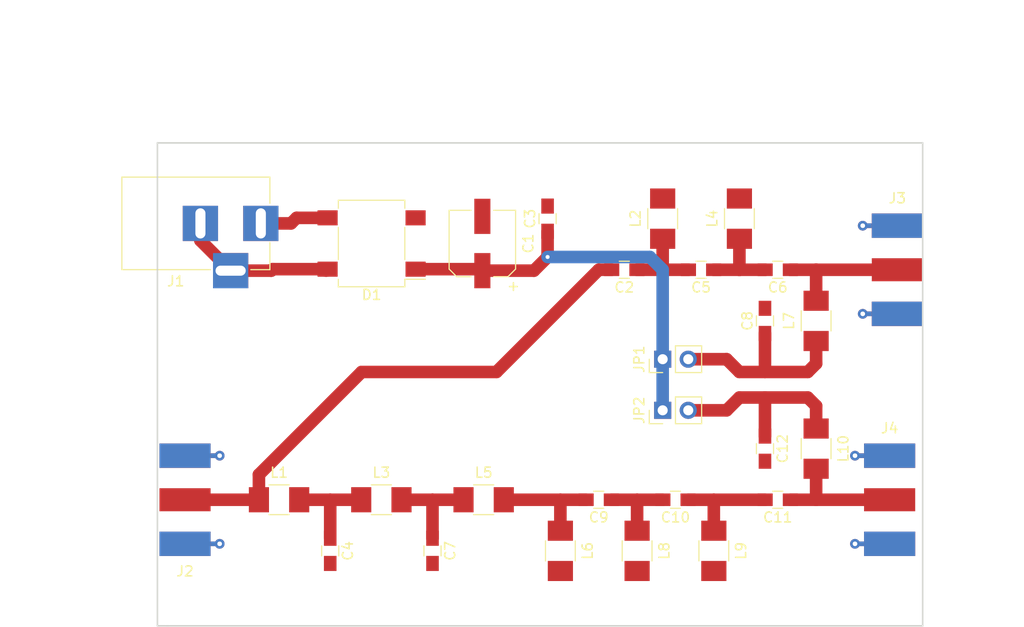
<source format=kicad_pcb>
(kicad_pcb (version 20171130) (host pcbnew "(6.0.0-rc1-dev-163-g630631b41)")

  (general
    (thickness 1.6)
    (drawings 7)
    (tracks 66)
    (zones 0)
    (modules 29)
    (nets 17)
  )

  (page A4)
  (layers
    (0 F.Cu signal)
    (31 B.Cu signal)
    (32 B.Adhes user)
    (33 F.Adhes user)
    (34 B.Paste user)
    (35 F.Paste user)
    (36 B.SilkS user)
    (37 F.SilkS user)
    (38 B.Mask user)
    (39 F.Mask user)
    (40 Dwgs.User user)
    (41 Cmts.User user)
    (42 Eco1.User user)
    (43 Eco2.User user)
    (44 Edge.Cuts user)
    (45 Margin user)
    (46 B.CrtYd user)
    (47 F.CrtYd user)
    (48 B.Fab user)
    (49 F.Fab user)
  )

  (setup
    (last_trace_width 1.25)
    (user_trace_width 1)
    (user_trace_width 1.25)
    (user_trace_width 1.5)
    (trace_clearance 0.2)
    (zone_clearance 0.508)
    (zone_45_only no)
    (trace_min 0.2)
    (via_size 0.8)
    (via_drill 0.4)
    (via_min_size 0.4)
    (via_min_drill 0.3)
    (uvia_size 0.3)
    (uvia_drill 0.1)
    (uvias_allowed no)
    (uvia_min_size 0.2)
    (uvia_min_drill 0.1)
    (edge_width 0.15)
    (segment_width 0.2)
    (pcb_text_width 0.3)
    (pcb_text_size 1.5 1.5)
    (mod_edge_width 0.15)
    (mod_text_size 1 1)
    (mod_text_width 0.15)
    (pad_size 1.524 1.524)
    (pad_drill 0.762)
    (pad_to_mask_clearance 0.2)
    (aux_axis_origin 0 0)
    (visible_elements FFFFFF7F)
    (pcbplotparams
      (layerselection 0x010fc_ffffffff)
      (usegerberextensions false)
      (usegerberattributes false)
      (usegerberadvancedattributes false)
      (creategerberjobfile false)
      (excludeedgelayer true)
      (linewidth 0.100000)
      (plotframeref false)
      (viasonmask false)
      (mode 1)
      (useauxorigin false)
      (hpglpennumber 1)
      (hpglpenspeed 20)
      (hpglpendiameter 15.000000)
      (psnegative false)
      (psa4output false)
      (plotreference true)
      (plotvalue true)
      (plotinvisibletext false)
      (padsonsilk false)
      (subtractmaskfromsilk false)
      (outputformat 1)
      (mirror false)
      (drillshape 1)
      (scaleselection 1)
      (outputdirectory ""))
  )

  (net 0 "")
  (net 1 VCC)
  (net 2 GND)
  (net 3 "Net-(C2-Pad2)")
  (net 4 "Net-(C2-Pad1)")
  (net 5 "Net-(C4-Pad1)")
  (net 6 "Net-(C5-Pad1)")
  (net 7 "Net-(C6-Pad1)")
  (net 8 "Net-(C7-Pad1)")
  (net 9 "Net-(C10-Pad2)")
  (net 10 "Net-(C9-Pad2)")
  (net 11 "Net-(C10-Pad1)")
  (net 12 "Net-(C11-Pad1)")
  (net 13 "Net-(D1-Pad3)")
  (net 14 "Net-(D1-Pad4)")
  (net 15 "Net-(C8-Pad1)")
  (net 16 "Net-(C12-Pad1)")

  (net_class Default "This is the default net class."
    (clearance 0.2)
    (trace_width 0.25)
    (via_dia 0.8)
    (via_drill 0.4)
    (uvia_dia 0.3)
    (uvia_drill 0.1)
    (add_net GND)
    (add_net "Net-(C10-Pad1)")
    (add_net "Net-(C10-Pad2)")
    (add_net "Net-(C11-Pad1)")
    (add_net "Net-(C12-Pad1)")
    (add_net "Net-(C2-Pad1)")
    (add_net "Net-(C2-Pad2)")
    (add_net "Net-(C4-Pad1)")
    (add_net "Net-(C5-Pad1)")
    (add_net "Net-(C6-Pad1)")
    (add_net "Net-(C7-Pad1)")
    (add_net "Net-(C8-Pad1)")
    (add_net "Net-(C9-Pad2)")
    (add_net "Net-(D1-Pad3)")
    (add_net "Net-(D1-Pad4)")
    (add_net VCC)
  )

  (module Connector_PinHeader_2.54mm:PinHeader_1x02_P2.54mm_Vertical (layer F.Cu) (tedit 59FED5CC) (tstamp 5B6BDA27)
    (at 170.18 68.58 90)
    (descr "Through hole straight pin header, 1x02, 2.54mm pitch, single row")
    (tags "Through hole pin header THT 1x02 2.54mm single row")
    (path /5B60308C)
    (fp_text reference JP2 (at 0 -2.33 90) (layer F.SilkS)
      (effects (font (size 1 1) (thickness 0.15)))
    )
    (fp_text value Jumper (at 0 4.87 90) (layer F.Fab)
      (effects (font (size 1 1) (thickness 0.15)))
    )
    (fp_text user %R (at 0 1.27 180) (layer F.Fab)
      (effects (font (size 1 1) (thickness 0.15)))
    )
    (fp_line (start 1.8 -1.8) (end -1.8 -1.8) (layer F.CrtYd) (width 0.05))
    (fp_line (start 1.8 4.35) (end 1.8 -1.8) (layer F.CrtYd) (width 0.05))
    (fp_line (start -1.8 4.35) (end 1.8 4.35) (layer F.CrtYd) (width 0.05))
    (fp_line (start -1.8 -1.8) (end -1.8 4.35) (layer F.CrtYd) (width 0.05))
    (fp_line (start -1.33 -1.33) (end 0 -1.33) (layer F.SilkS) (width 0.12))
    (fp_line (start -1.33 0) (end -1.33 -1.33) (layer F.SilkS) (width 0.12))
    (fp_line (start -1.33 1.27) (end 1.33 1.27) (layer F.SilkS) (width 0.12))
    (fp_line (start 1.33 1.27) (end 1.33 3.87) (layer F.SilkS) (width 0.12))
    (fp_line (start -1.33 1.27) (end -1.33 3.87) (layer F.SilkS) (width 0.12))
    (fp_line (start -1.33 3.87) (end 1.33 3.87) (layer F.SilkS) (width 0.12))
    (fp_line (start -1.27 -0.635) (end -0.635 -1.27) (layer F.Fab) (width 0.1))
    (fp_line (start -1.27 3.81) (end -1.27 -0.635) (layer F.Fab) (width 0.1))
    (fp_line (start 1.27 3.81) (end -1.27 3.81) (layer F.Fab) (width 0.1))
    (fp_line (start 1.27 -1.27) (end 1.27 3.81) (layer F.Fab) (width 0.1))
    (fp_line (start -0.635 -1.27) (end 1.27 -1.27) (layer F.Fab) (width 0.1))
    (pad 2 thru_hole oval (at 0 2.54 90) (size 1.7 1.7) (drill 1) (layers *.Cu *.Mask)
      (net 16 "Net-(C12-Pad1)"))
    (pad 1 thru_hole rect (at 0 0 90) (size 1.7 1.7) (drill 1) (layers *.Cu *.Mask)
      (net 1 VCC))
    (model ${KISYS3DMOD}/Connector_PinHeader_2.54mm.3dshapes/PinHeader_1x02_P2.54mm_Vertical.wrl
      (at (xyz 0 0 0))
      (scale (xyz 1 1 1))
      (rotate (xyz 0 0 0))
    )
  )

  (module Connector_PinHeader_2.54mm:PinHeader_1x02_P2.54mm_Vertical (layer F.Cu) (tedit 59FED5CC) (tstamp 5B6BDA11)
    (at 170.18 63.5 90)
    (descr "Through hole straight pin header, 1x02, 2.54mm pitch, single row")
    (tags "Through hole pin header THT 1x02 2.54mm single row")
    (path /5B607ECF)
    (fp_text reference JP1 (at 0 -2.33 90) (layer F.SilkS)
      (effects (font (size 1 1) (thickness 0.15)))
    )
    (fp_text value Jumper (at 0 4.87 90) (layer F.Fab)
      (effects (font (size 1 1) (thickness 0.15)))
    )
    (fp_line (start -0.635 -1.27) (end 1.27 -1.27) (layer F.Fab) (width 0.1))
    (fp_line (start 1.27 -1.27) (end 1.27 3.81) (layer F.Fab) (width 0.1))
    (fp_line (start 1.27 3.81) (end -1.27 3.81) (layer F.Fab) (width 0.1))
    (fp_line (start -1.27 3.81) (end -1.27 -0.635) (layer F.Fab) (width 0.1))
    (fp_line (start -1.27 -0.635) (end -0.635 -1.27) (layer F.Fab) (width 0.1))
    (fp_line (start -1.33 3.87) (end 1.33 3.87) (layer F.SilkS) (width 0.12))
    (fp_line (start -1.33 1.27) (end -1.33 3.87) (layer F.SilkS) (width 0.12))
    (fp_line (start 1.33 1.27) (end 1.33 3.87) (layer F.SilkS) (width 0.12))
    (fp_line (start -1.33 1.27) (end 1.33 1.27) (layer F.SilkS) (width 0.12))
    (fp_line (start -1.33 0) (end -1.33 -1.33) (layer F.SilkS) (width 0.12))
    (fp_line (start -1.33 -1.33) (end 0 -1.33) (layer F.SilkS) (width 0.12))
    (fp_line (start -1.8 -1.8) (end -1.8 4.35) (layer F.CrtYd) (width 0.05))
    (fp_line (start -1.8 4.35) (end 1.8 4.35) (layer F.CrtYd) (width 0.05))
    (fp_line (start 1.8 4.35) (end 1.8 -1.8) (layer F.CrtYd) (width 0.05))
    (fp_line (start 1.8 -1.8) (end -1.8 -1.8) (layer F.CrtYd) (width 0.05))
    (fp_text user %R (at 0 0.714999 180) (layer F.Fab)
      (effects (font (size 1 1) (thickness 0.15)))
    )
    (pad 1 thru_hole rect (at 0 0 90) (size 1.7 1.7) (drill 1) (layers *.Cu *.Mask)
      (net 1 VCC))
    (pad 2 thru_hole oval (at 0 2.54 90) (size 1.7 1.7) (drill 1) (layers *.Cu *.Mask)
      (net 15 "Net-(C8-Pad1)"))
    (model ${KISYS3DMOD}/Connector_PinHeader_2.54mm.3dshapes/PinHeader_1x02_P2.54mm_Vertical.wrl
      (at (xyz 0 0 0))
      (scale (xyz 1 1 1))
      (rotate (xyz 0 0 0))
    )
  )

  (module Capacitors_SMD:CP_Elec_6.3x5.3 (layer F.Cu) (tedit 58AA8B2D) (tstamp 5B645AF9)
    (at 152.27 52 90)
    (descr "SMT capacitor, aluminium electrolytic, 6.3x5.3")
    (path /5B5CF05F)
    (attr smd)
    (fp_text reference C1 (at 0 4.56 90) (layer F.SilkS)
      (effects (font (size 1 1) (thickness 0.15)))
    )
    (fp_text value 47uF (at 0 -4.56 90) (layer F.Fab)
      (effects (font (size 1 1) (thickness 0.15)))
    )
    (fp_circle (center 0 0) (end 0.6 3) (layer F.Fab) (width 0.1))
    (fp_text user + (at -1.75 -0.08 90) (layer F.Fab)
      (effects (font (size 1 1) (thickness 0.15)))
    )
    (fp_text user + (at -4.28 3.01 90) (layer F.SilkS)
      (effects (font (size 1 1) (thickness 0.15)))
    )
    (fp_text user %R (at 0 4.56 90) (layer F.Fab)
      (effects (font (size 1 1) (thickness 0.15)))
    )
    (fp_line (start 3.15 3.15) (end 3.15 -3.15) (layer F.Fab) (width 0.1))
    (fp_line (start -2.48 3.15) (end 3.15 3.15) (layer F.Fab) (width 0.1))
    (fp_line (start -3.15 2.48) (end -2.48 3.15) (layer F.Fab) (width 0.1))
    (fp_line (start -3.15 -2.48) (end -3.15 2.48) (layer F.Fab) (width 0.1))
    (fp_line (start -2.48 -3.15) (end -3.15 -2.48) (layer F.Fab) (width 0.1))
    (fp_line (start 3.15 -3.15) (end -2.48 -3.15) (layer F.Fab) (width 0.1))
    (fp_line (start 3.3 3.3) (end 3.3 1.12) (layer F.SilkS) (width 0.12))
    (fp_line (start 3.3 -3.3) (end 3.3 -1.12) (layer F.SilkS) (width 0.12))
    (fp_line (start -3.3 2.54) (end -3.3 1.12) (layer F.SilkS) (width 0.12))
    (fp_line (start -3.3 -2.54) (end -3.3 -1.12) (layer F.SilkS) (width 0.12))
    (fp_line (start 3.3 3.3) (end -2.54 3.3) (layer F.SilkS) (width 0.12))
    (fp_line (start -2.54 3.3) (end -3.3 2.54) (layer F.SilkS) (width 0.12))
    (fp_line (start -3.3 -2.54) (end -2.54 -3.3) (layer F.SilkS) (width 0.12))
    (fp_line (start -2.54 -3.3) (end 3.3 -3.3) (layer F.SilkS) (width 0.12))
    (fp_line (start -4.7 -3.4) (end 4.7 -3.4) (layer F.CrtYd) (width 0.05))
    (fp_line (start -4.7 -3.4) (end -4.7 3.4) (layer F.CrtYd) (width 0.05))
    (fp_line (start 4.7 3.4) (end 4.7 -3.4) (layer F.CrtYd) (width 0.05))
    (fp_line (start 4.7 3.4) (end -4.7 3.4) (layer F.CrtYd) (width 0.05))
    (pad 1 smd rect (at -2.7 0 270) (size 3.5 1.6) (layers F.Cu F.Paste F.Mask)
      (net 1 VCC))
    (pad 2 smd rect (at 2.7 0 270) (size 3.5 1.6) (layers F.Cu F.Paste F.Mask)
      (net 2 GND))
    (model Capacitors_SMD.3dshapes/CP_Elec_6.3x5.3.wrl
      (at (xyz 0 0 0))
      (scale (xyz 1 1 1))
      (rotate (xyz 0 0 180))
    )
  )

  (module Capacitors_SMD:C_0805_HandSoldering (layer F.Cu) (tedit 58AA84A8) (tstamp 5B645B0A)
    (at 166.37 54.61 180)
    (descr "Capacitor SMD 0805, hand soldering")
    (tags "capacitor 0805")
    (path /5B5A10F8)
    (attr smd)
    (fp_text reference C2 (at 0 -1.75 180) (layer F.SilkS)
      (effects (font (size 1 1) (thickness 0.15)))
    )
    (fp_text value 4.7pF (at 0 1.75 180) (layer F.Fab)
      (effects (font (size 1 1) (thickness 0.15)))
    )
    (fp_line (start 2.25 0.87) (end -2.25 0.87) (layer F.CrtYd) (width 0.05))
    (fp_line (start 2.25 0.87) (end 2.25 -0.88) (layer F.CrtYd) (width 0.05))
    (fp_line (start -2.25 -0.88) (end -2.25 0.87) (layer F.CrtYd) (width 0.05))
    (fp_line (start -2.25 -0.88) (end 2.25 -0.88) (layer F.CrtYd) (width 0.05))
    (fp_line (start -0.5 0.85) (end 0.5 0.85) (layer F.SilkS) (width 0.12))
    (fp_line (start 0.5 -0.85) (end -0.5 -0.85) (layer F.SilkS) (width 0.12))
    (fp_line (start -1 -0.62) (end 1 -0.62) (layer F.Fab) (width 0.1))
    (fp_line (start 1 -0.62) (end 1 0.62) (layer F.Fab) (width 0.1))
    (fp_line (start 1 0.62) (end -1 0.62) (layer F.Fab) (width 0.1))
    (fp_line (start -1 0.62) (end -1 -0.62) (layer F.Fab) (width 0.1))
    (fp_text user %R (at 0 -1.75 180) (layer F.Fab)
      (effects (font (size 1 1) (thickness 0.15)))
    )
    (pad 2 smd rect (at 1.25 0 180) (size 1.5 1.25) (layers F.Cu F.Paste F.Mask)
      (net 3 "Net-(C2-Pad2)"))
    (pad 1 smd rect (at -1.25 0 180) (size 1.5 1.25) (layers F.Cu F.Paste F.Mask)
      (net 4 "Net-(C2-Pad1)"))
    (model Capacitors_SMD.3dshapes/C_0805.wrl
      (at (xyz 0 0 0))
      (scale (xyz 1 1 1))
      (rotate (xyz 0 0 0))
    )
  )

  (module Capacitors_SMD:C_0805_HandSoldering (layer F.Cu) (tedit 58AA84A8) (tstamp 5B645B1B)
    (at 158.75 49.53 90)
    (descr "Capacitor SMD 0805, hand soldering")
    (tags "capacitor 0805")
    (path /5B5BBC94)
    (attr smd)
    (fp_text reference C3 (at 0 -1.75 90) (layer F.SilkS)
      (effects (font (size 1 1) (thickness 0.15)))
    )
    (fp_text value 100nF (at 0 1.75 90) (layer F.Fab)
      (effects (font (size 1 1) (thickness 0.15)))
    )
    (fp_text user %R (at 0 -1.75 90) (layer F.Fab)
      (effects (font (size 1 1) (thickness 0.15)))
    )
    (fp_line (start -1 0.62) (end -1 -0.62) (layer F.Fab) (width 0.1))
    (fp_line (start 1 0.62) (end -1 0.62) (layer F.Fab) (width 0.1))
    (fp_line (start 1 -0.62) (end 1 0.62) (layer F.Fab) (width 0.1))
    (fp_line (start -1 -0.62) (end 1 -0.62) (layer F.Fab) (width 0.1))
    (fp_line (start 0.5 -0.85) (end -0.5 -0.85) (layer F.SilkS) (width 0.12))
    (fp_line (start -0.5 0.85) (end 0.5 0.85) (layer F.SilkS) (width 0.12))
    (fp_line (start -2.25 -0.88) (end 2.25 -0.88) (layer F.CrtYd) (width 0.05))
    (fp_line (start -2.25 -0.88) (end -2.25 0.87) (layer F.CrtYd) (width 0.05))
    (fp_line (start 2.25 0.87) (end 2.25 -0.88) (layer F.CrtYd) (width 0.05))
    (fp_line (start 2.25 0.87) (end -2.25 0.87) (layer F.CrtYd) (width 0.05))
    (pad 1 smd rect (at -1.25 0 90) (size 1.5 1.25) (layers F.Cu F.Paste F.Mask)
      (net 1 VCC))
    (pad 2 smd rect (at 1.25 0 90) (size 1.5 1.25) (layers F.Cu F.Paste F.Mask)
      (net 2 GND))
    (model Capacitors_SMD.3dshapes/C_0805.wrl
      (at (xyz 0 0 0))
      (scale (xyz 1 1 1))
      (rotate (xyz 0 0 0))
    )
  )

  (module Capacitors_SMD:C_0805_HandSoldering (layer F.Cu) (tedit 58AA84A8) (tstamp 5B645B2C)
    (at 137.16 82.55 270)
    (descr "Capacitor SMD 0805, hand soldering")
    (tags "capacitor 0805")
    (path /5B5A2064)
    (attr smd)
    (fp_text reference C4 (at 0 -1.75 270) (layer F.SilkS)
      (effects (font (size 1 1) (thickness 0.15)))
    )
    (fp_text value 18pF (at 0 1.75 270) (layer F.Fab)
      (effects (font (size 1 1) (thickness 0.15)))
    )
    (fp_text user %R (at 0 -1.75 270) (layer F.Fab)
      (effects (font (size 1 1) (thickness 0.15)))
    )
    (fp_line (start -1 0.62) (end -1 -0.62) (layer F.Fab) (width 0.1))
    (fp_line (start 1 0.62) (end -1 0.62) (layer F.Fab) (width 0.1))
    (fp_line (start 1 -0.62) (end 1 0.62) (layer F.Fab) (width 0.1))
    (fp_line (start -1 -0.62) (end 1 -0.62) (layer F.Fab) (width 0.1))
    (fp_line (start 0.5 -0.85) (end -0.5 -0.85) (layer F.SilkS) (width 0.12))
    (fp_line (start -0.5 0.85) (end 0.5 0.85) (layer F.SilkS) (width 0.12))
    (fp_line (start -2.25 -0.88) (end 2.25 -0.88) (layer F.CrtYd) (width 0.05))
    (fp_line (start -2.25 -0.88) (end -2.25 0.87) (layer F.CrtYd) (width 0.05))
    (fp_line (start 2.25 0.87) (end 2.25 -0.88) (layer F.CrtYd) (width 0.05))
    (fp_line (start 2.25 0.87) (end -2.25 0.87) (layer F.CrtYd) (width 0.05))
    (pad 1 smd rect (at -1.25 0 270) (size 1.5 1.25) (layers F.Cu F.Paste F.Mask)
      (net 5 "Net-(C4-Pad1)"))
    (pad 2 smd rect (at 1.25 0 270) (size 1.5 1.25) (layers F.Cu F.Paste F.Mask)
      (net 2 GND))
    (model Capacitors_SMD.3dshapes/C_0805.wrl
      (at (xyz 0 0 0))
      (scale (xyz 1 1 1))
      (rotate (xyz 0 0 0))
    )
  )

  (module Capacitors_SMD:C_0805_HandSoldering (layer F.Cu) (tedit 58AA84A8) (tstamp 5B645B3D)
    (at 173.99 54.61 180)
    (descr "Capacitor SMD 0805, hand soldering")
    (tags "capacitor 0805")
    (path /5B5A115F)
    (attr smd)
    (fp_text reference C5 (at 0 -1.75 180) (layer F.SilkS)
      (effects (font (size 1 1) (thickness 0.15)))
    )
    (fp_text value 2.7pF (at 0 1.75 180) (layer F.Fab)
      (effects (font (size 1 1) (thickness 0.15)))
    )
    (fp_text user %R (at 0 -1.75 180) (layer F.Fab)
      (effects (font (size 1 1) (thickness 0.15)))
    )
    (fp_line (start -1 0.62) (end -1 -0.62) (layer F.Fab) (width 0.1))
    (fp_line (start 1 0.62) (end -1 0.62) (layer F.Fab) (width 0.1))
    (fp_line (start 1 -0.62) (end 1 0.62) (layer F.Fab) (width 0.1))
    (fp_line (start -1 -0.62) (end 1 -0.62) (layer F.Fab) (width 0.1))
    (fp_line (start 0.5 -0.85) (end -0.5 -0.85) (layer F.SilkS) (width 0.12))
    (fp_line (start -0.5 0.85) (end 0.5 0.85) (layer F.SilkS) (width 0.12))
    (fp_line (start -2.25 -0.88) (end 2.25 -0.88) (layer F.CrtYd) (width 0.05))
    (fp_line (start -2.25 -0.88) (end -2.25 0.87) (layer F.CrtYd) (width 0.05))
    (fp_line (start 2.25 0.87) (end 2.25 -0.88) (layer F.CrtYd) (width 0.05))
    (fp_line (start 2.25 0.87) (end -2.25 0.87) (layer F.CrtYd) (width 0.05))
    (pad 1 smd rect (at -1.25 0 180) (size 1.5 1.25) (layers F.Cu F.Paste F.Mask)
      (net 6 "Net-(C5-Pad1)"))
    (pad 2 smd rect (at 1.25 0 180) (size 1.5 1.25) (layers F.Cu F.Paste F.Mask)
      (net 4 "Net-(C2-Pad1)"))
    (model Capacitors_SMD.3dshapes/C_0805.wrl
      (at (xyz 0 0 0))
      (scale (xyz 1 1 1))
      (rotate (xyz 0 0 0))
    )
  )

  (module Capacitors_SMD:C_0805_HandSoldering (layer F.Cu) (tedit 58AA84A8) (tstamp 5B645B4E)
    (at 181.61 54.61 180)
    (descr "Capacitor SMD 0805, hand soldering")
    (tags "capacitor 0805")
    (path /5B5A11B7)
    (attr smd)
    (fp_text reference C6 (at 0 -1.75 180) (layer F.SilkS)
      (effects (font (size 1 1) (thickness 0.15)))
    )
    (fp_text value 4.7pF (at 0 1.75 180) (layer F.Fab)
      (effects (font (size 1 1) (thickness 0.15)))
    )
    (fp_line (start 2.25 0.87) (end -2.25 0.87) (layer F.CrtYd) (width 0.05))
    (fp_line (start 2.25 0.87) (end 2.25 -0.88) (layer F.CrtYd) (width 0.05))
    (fp_line (start -2.25 -0.88) (end -2.25 0.87) (layer F.CrtYd) (width 0.05))
    (fp_line (start -2.25 -0.88) (end 2.25 -0.88) (layer F.CrtYd) (width 0.05))
    (fp_line (start -0.5 0.85) (end 0.5 0.85) (layer F.SilkS) (width 0.12))
    (fp_line (start 0.5 -0.85) (end -0.5 -0.85) (layer F.SilkS) (width 0.12))
    (fp_line (start -1 -0.62) (end 1 -0.62) (layer F.Fab) (width 0.1))
    (fp_line (start 1 -0.62) (end 1 0.62) (layer F.Fab) (width 0.1))
    (fp_line (start 1 0.62) (end -1 0.62) (layer F.Fab) (width 0.1))
    (fp_line (start -1 0.62) (end -1 -0.62) (layer F.Fab) (width 0.1))
    (fp_text user %R (at 0 -1.75 180) (layer F.Fab)
      (effects (font (size 1 1) (thickness 0.15)))
    )
    (pad 2 smd rect (at 1.25 0 180) (size 1.5 1.25) (layers F.Cu F.Paste F.Mask)
      (net 6 "Net-(C5-Pad1)"))
    (pad 1 smd rect (at -1.25 0 180) (size 1.5 1.25) (layers F.Cu F.Paste F.Mask)
      (net 7 "Net-(C6-Pad1)"))
    (model Capacitors_SMD.3dshapes/C_0805.wrl
      (at (xyz 0 0 0))
      (scale (xyz 1 1 1))
      (rotate (xyz 0 0 0))
    )
  )

  (module Capacitors_SMD:C_0805_HandSoldering (layer F.Cu) (tedit 58AA84A8) (tstamp 5B645B5F)
    (at 147.32 82.55 270)
    (descr "Capacitor SMD 0805, hand soldering")
    (tags "capacitor 0805")
    (path /5B5A20F9)
    (attr smd)
    (fp_text reference C7 (at 0 -1.75 270) (layer F.SilkS)
      (effects (font (size 1 1) (thickness 0.15)))
    )
    (fp_text value 18pF (at 0 1.75 270) (layer F.Fab)
      (effects (font (size 1 1) (thickness 0.15)))
    )
    (fp_line (start 2.25 0.87) (end -2.25 0.87) (layer F.CrtYd) (width 0.05))
    (fp_line (start 2.25 0.87) (end 2.25 -0.88) (layer F.CrtYd) (width 0.05))
    (fp_line (start -2.25 -0.88) (end -2.25 0.87) (layer F.CrtYd) (width 0.05))
    (fp_line (start -2.25 -0.88) (end 2.25 -0.88) (layer F.CrtYd) (width 0.05))
    (fp_line (start -0.5 0.85) (end 0.5 0.85) (layer F.SilkS) (width 0.12))
    (fp_line (start 0.5 -0.85) (end -0.5 -0.85) (layer F.SilkS) (width 0.12))
    (fp_line (start -1 -0.62) (end 1 -0.62) (layer F.Fab) (width 0.1))
    (fp_line (start 1 -0.62) (end 1 0.62) (layer F.Fab) (width 0.1))
    (fp_line (start 1 0.62) (end -1 0.62) (layer F.Fab) (width 0.1))
    (fp_line (start -1 0.62) (end -1 -0.62) (layer F.Fab) (width 0.1))
    (fp_text user %R (at 0 -1.75 270) (layer F.Fab)
      (effects (font (size 1 1) (thickness 0.15)))
    )
    (pad 2 smd rect (at 1.25 0 270) (size 1.5 1.25) (layers F.Cu F.Paste F.Mask)
      (net 2 GND))
    (pad 1 smd rect (at -1.25 0 270) (size 1.5 1.25) (layers F.Cu F.Paste F.Mask)
      (net 8 "Net-(C7-Pad1)"))
    (model Capacitors_SMD.3dshapes/C_0805.wrl
      (at (xyz 0 0 0))
      (scale (xyz 1 1 1))
      (rotate (xyz 0 0 0))
    )
  )

  (module Capacitors_SMD:C_0805_HandSoldering (layer F.Cu) (tedit 58AA84A8) (tstamp 5B645B70)
    (at 180.34 59.69 90)
    (descr "Capacitor SMD 0805, hand soldering")
    (tags "capacitor 0805")
    (path /5B5AB8F2)
    (attr smd)
    (fp_text reference C8 (at 0 -1.75 90) (layer F.SilkS)
      (effects (font (size 1 1) (thickness 0.15)))
    )
    (fp_text value 10nF (at 0 1.75 90) (layer F.Fab)
      (effects (font (size 1 1) (thickness 0.15)))
    )
    (fp_text user %R (at 0 -1.75 90) (layer F.Fab)
      (effects (font (size 1 1) (thickness 0.15)))
    )
    (fp_line (start -1 0.62) (end -1 -0.62) (layer F.Fab) (width 0.1))
    (fp_line (start 1 0.62) (end -1 0.62) (layer F.Fab) (width 0.1))
    (fp_line (start 1 -0.62) (end 1 0.62) (layer F.Fab) (width 0.1))
    (fp_line (start -1 -0.62) (end 1 -0.62) (layer F.Fab) (width 0.1))
    (fp_line (start 0.5 -0.85) (end -0.5 -0.85) (layer F.SilkS) (width 0.12))
    (fp_line (start -0.5 0.85) (end 0.5 0.85) (layer F.SilkS) (width 0.12))
    (fp_line (start -2.25 -0.88) (end 2.25 -0.88) (layer F.CrtYd) (width 0.05))
    (fp_line (start -2.25 -0.88) (end -2.25 0.87) (layer F.CrtYd) (width 0.05))
    (fp_line (start 2.25 0.87) (end 2.25 -0.88) (layer F.CrtYd) (width 0.05))
    (fp_line (start 2.25 0.87) (end -2.25 0.87) (layer F.CrtYd) (width 0.05))
    (pad 1 smd rect (at -1.25 0 90) (size 1.5 1.25) (layers F.Cu F.Paste F.Mask)
      (net 15 "Net-(C8-Pad1)"))
    (pad 2 smd rect (at 1.25 0 90) (size 1.5 1.25) (layers F.Cu F.Paste F.Mask)
      (net 2 GND))
    (model Capacitors_SMD.3dshapes/C_0805.wrl
      (at (xyz 0 0 0))
      (scale (xyz 1 1 1))
      (rotate (xyz 0 0 0))
    )
  )

  (module Capacitors_SMD:C_0805_HandSoldering (layer F.Cu) (tedit 58AA84A8) (tstamp 5B645B81)
    (at 163.83 77.47 180)
    (descr "Capacitor SMD 0805, hand soldering")
    (tags "capacitor 0805")
    (path /5B5A44DC)
    (attr smd)
    (fp_text reference C9 (at 0 -1.75 180) (layer F.SilkS)
      (effects (font (size 1 1) (thickness 0.15)))
    )
    (fp_text value 27pF (at 0 1.75 180) (layer F.Fab)
      (effects (font (size 1 1) (thickness 0.15)))
    )
    (fp_text user %R (at 0 -1.75 180) (layer F.Fab)
      (effects (font (size 1 1) (thickness 0.15)))
    )
    (fp_line (start -1 0.62) (end -1 -0.62) (layer F.Fab) (width 0.1))
    (fp_line (start 1 0.62) (end -1 0.62) (layer F.Fab) (width 0.1))
    (fp_line (start 1 -0.62) (end 1 0.62) (layer F.Fab) (width 0.1))
    (fp_line (start -1 -0.62) (end 1 -0.62) (layer F.Fab) (width 0.1))
    (fp_line (start 0.5 -0.85) (end -0.5 -0.85) (layer F.SilkS) (width 0.12))
    (fp_line (start -0.5 0.85) (end 0.5 0.85) (layer F.SilkS) (width 0.12))
    (fp_line (start -2.25 -0.88) (end 2.25 -0.88) (layer F.CrtYd) (width 0.05))
    (fp_line (start -2.25 -0.88) (end -2.25 0.87) (layer F.CrtYd) (width 0.05))
    (fp_line (start 2.25 0.87) (end 2.25 -0.88) (layer F.CrtYd) (width 0.05))
    (fp_line (start 2.25 0.87) (end -2.25 0.87) (layer F.CrtYd) (width 0.05))
    (pad 1 smd rect (at -1.25 0 180) (size 1.5 1.25) (layers F.Cu F.Paste F.Mask)
      (net 9 "Net-(C10-Pad2)"))
    (pad 2 smd rect (at 1.25 0 180) (size 1.5 1.25) (layers F.Cu F.Paste F.Mask)
      (net 10 "Net-(C9-Pad2)"))
    (model Capacitors_SMD.3dshapes/C_0805.wrl
      (at (xyz 0 0 0))
      (scale (xyz 1 1 1))
      (rotate (xyz 0 0 0))
    )
  )

  (module Capacitors_SMD:C_0805_HandSoldering (layer F.Cu) (tedit 58AA84A8) (tstamp 5B645B92)
    (at 171.45 77.47 180)
    (descr "Capacitor SMD 0805, hand soldering")
    (tags "capacitor 0805")
    (path /5B5A44E2)
    (attr smd)
    (fp_text reference C10 (at 0 -1.75 180) (layer F.SilkS)
      (effects (font (size 1 1) (thickness 0.15)))
    )
    (fp_text value 27pF (at 0 1.75 180) (layer F.Fab)
      (effects (font (size 1 1) (thickness 0.15)))
    )
    (fp_line (start 2.25 0.87) (end -2.25 0.87) (layer F.CrtYd) (width 0.05))
    (fp_line (start 2.25 0.87) (end 2.25 -0.88) (layer F.CrtYd) (width 0.05))
    (fp_line (start -2.25 -0.88) (end -2.25 0.87) (layer F.CrtYd) (width 0.05))
    (fp_line (start -2.25 -0.88) (end 2.25 -0.88) (layer F.CrtYd) (width 0.05))
    (fp_line (start -0.5 0.85) (end 0.5 0.85) (layer F.SilkS) (width 0.12))
    (fp_line (start 0.5 -0.85) (end -0.5 -0.85) (layer F.SilkS) (width 0.12))
    (fp_line (start -1 -0.62) (end 1 -0.62) (layer F.Fab) (width 0.1))
    (fp_line (start 1 -0.62) (end 1 0.62) (layer F.Fab) (width 0.1))
    (fp_line (start 1 0.62) (end -1 0.62) (layer F.Fab) (width 0.1))
    (fp_line (start -1 0.62) (end -1 -0.62) (layer F.Fab) (width 0.1))
    (fp_text user %R (at 0 -1.75 180) (layer F.Fab)
      (effects (font (size 1 1) (thickness 0.15)))
    )
    (pad 2 smd rect (at 1.25 0 180) (size 1.5 1.25) (layers F.Cu F.Paste F.Mask)
      (net 9 "Net-(C10-Pad2)"))
    (pad 1 smd rect (at -1.25 0 180) (size 1.5 1.25) (layers F.Cu F.Paste F.Mask)
      (net 11 "Net-(C10-Pad1)"))
    (model Capacitors_SMD.3dshapes/C_0805.wrl
      (at (xyz 0 0 0))
      (scale (xyz 1 1 1))
      (rotate (xyz 0 0 0))
    )
  )

  (module Capacitors_SMD:C_0805_HandSoldering (layer F.Cu) (tedit 58AA84A8) (tstamp 5B645BA3)
    (at 181.61 77.47 180)
    (descr "Capacitor SMD 0805, hand soldering")
    (tags "capacitor 0805")
    (path /5B5B0B59)
    (attr smd)
    (fp_text reference C11 (at 0 -1.75 180) (layer F.SilkS)
      (effects (font (size 1 1) (thickness 0.15)))
    )
    (fp_text value 1nF (at 0 1.75 180) (layer F.Fab)
      (effects (font (size 1 1) (thickness 0.15)))
    )
    (fp_line (start 2.25 0.87) (end -2.25 0.87) (layer F.CrtYd) (width 0.05))
    (fp_line (start 2.25 0.87) (end 2.25 -0.88) (layer F.CrtYd) (width 0.05))
    (fp_line (start -2.25 -0.88) (end -2.25 0.87) (layer F.CrtYd) (width 0.05))
    (fp_line (start -2.25 -0.88) (end 2.25 -0.88) (layer F.CrtYd) (width 0.05))
    (fp_line (start -0.5 0.85) (end 0.5 0.85) (layer F.SilkS) (width 0.12))
    (fp_line (start 0.5 -0.85) (end -0.5 -0.85) (layer F.SilkS) (width 0.12))
    (fp_line (start -1 -0.62) (end 1 -0.62) (layer F.Fab) (width 0.1))
    (fp_line (start 1 -0.62) (end 1 0.62) (layer F.Fab) (width 0.1))
    (fp_line (start 1 0.62) (end -1 0.62) (layer F.Fab) (width 0.1))
    (fp_line (start -1 0.62) (end -1 -0.62) (layer F.Fab) (width 0.1))
    (fp_text user %R (at 0 -1.75 180) (layer F.Fab)
      (effects (font (size 1 1) (thickness 0.15)))
    )
    (pad 2 smd rect (at 1.25 0 180) (size 1.5 1.25) (layers F.Cu F.Paste F.Mask)
      (net 11 "Net-(C10-Pad1)"))
    (pad 1 smd rect (at -1.25 0 180) (size 1.5 1.25) (layers F.Cu F.Paste F.Mask)
      (net 12 "Net-(C11-Pad1)"))
    (model Capacitors_SMD.3dshapes/C_0805.wrl
      (at (xyz 0 0 0))
      (scale (xyz 1 1 1))
      (rotate (xyz 0 0 0))
    )
  )

  (module Capacitors_SMD:C_0805_HandSoldering (layer F.Cu) (tedit 58AA84A8) (tstamp 5B645BB4)
    (at 180.34 72.39 270)
    (descr "Capacitor SMD 0805, hand soldering")
    (tags "capacitor 0805")
    (path /5B5B0104)
    (attr smd)
    (fp_text reference C12 (at 0 -1.75 270) (layer F.SilkS)
      (effects (font (size 1 1) (thickness 0.15)))
    )
    (fp_text value 10nF (at 0 1.75 270) (layer F.Fab)
      (effects (font (size 1 1) (thickness 0.15)))
    )
    (fp_text user %R (at 0 -1.75 270) (layer F.Fab)
      (effects (font (size 1 1) (thickness 0.15)))
    )
    (fp_line (start -1 0.62) (end -1 -0.62) (layer F.Fab) (width 0.1))
    (fp_line (start 1 0.62) (end -1 0.62) (layer F.Fab) (width 0.1))
    (fp_line (start 1 -0.62) (end 1 0.62) (layer F.Fab) (width 0.1))
    (fp_line (start -1 -0.62) (end 1 -0.62) (layer F.Fab) (width 0.1))
    (fp_line (start 0.5 -0.85) (end -0.5 -0.85) (layer F.SilkS) (width 0.12))
    (fp_line (start -0.5 0.85) (end 0.5 0.85) (layer F.SilkS) (width 0.12))
    (fp_line (start -2.25 -0.88) (end 2.25 -0.88) (layer F.CrtYd) (width 0.05))
    (fp_line (start -2.25 -0.88) (end -2.25 0.87) (layer F.CrtYd) (width 0.05))
    (fp_line (start 2.25 0.87) (end 2.25 -0.88) (layer F.CrtYd) (width 0.05))
    (fp_line (start 2.25 0.87) (end -2.25 0.87) (layer F.CrtYd) (width 0.05))
    (pad 1 smd rect (at -1.25 0 270) (size 1.5 1.25) (layers F.Cu F.Paste F.Mask)
      (net 16 "Net-(C12-Pad1)"))
    (pad 2 smd rect (at 1.25 0 270) (size 1.5 1.25) (layers F.Cu F.Paste F.Mask)
      (net 2 GND))
    (model Capacitors_SMD.3dshapes/C_0805.wrl
      (at (xyz 0 0 0))
      (scale (xyz 1 1 1))
      (rotate (xyz 0 0 0))
    )
  )

  (module Diodes_SMD:Diode_Bridge_DFS (layer F.Cu) (tedit 59362E4E) (tstamp 5B64653B)
    (at 141.27 52 180)
    (descr "SMD diode bridge DFS, see http://www.vishay.com/docs/88854/padlayouts.pdf")
    (tags DFS)
    (path /5B5B67EB)
    (attr smd)
    (fp_text reference D1 (at 0 -5.1 180) (layer F.SilkS)
      (effects (font (size 1 1) (thickness 0.15)))
    )
    (fp_text value D_Bridge_+-AA (at 0 5.2 180) (layer F.Fab)
      (effects (font (size 1 1) (thickness 0.15)))
    )
    (fp_line (start 3.302 -4.318) (end 3.302 -4.318) (layer F.SilkS) (width 0.12))
    (fp_line (start 3.302 -3.556) (end 3.302 -4.318) (layer F.SilkS) (width 0.12))
    (fp_line (start -5.334 -3.556) (end -5.334 -3.556) (layer F.SilkS) (width 0.12))
    (fp_line (start -3.302 -3.556) (end -5.334 -3.556) (layer F.SilkS) (width 0.12))
    (fp_line (start -3.302 -4.318) (end -3.302 -3.556) (layer F.SilkS) (width 0.12))
    (fp_text user %R (at 0 -0.065 180) (layer F.Fab)
      (effects (font (size 1 1) (thickness 0.15)))
    )
    (fp_line (start -3.3 3.5) (end -3.3 4.3) (layer F.SilkS) (width 0.12))
    (fp_line (start -3.3 4.3) (end 3.3 4.3) (layer F.SilkS) (width 0.12))
    (fp_line (start 3.3 4.3) (end 3.3 3.5) (layer F.SilkS) (width 0.12))
    (fp_line (start -3.3 -1.6) (end -3.3 1.6) (layer F.SilkS) (width 0.12))
    (fp_line (start 3.3 -1.6) (end 3.3 1.6) (layer F.SilkS) (width 0.12))
    (fp_line (start -3.3 -4.3) (end 3.3 -4.3) (layer F.SilkS) (width 0.12))
    (fp_line (start 3.2 -4.2) (end 3.2 4.2) (layer F.Fab) (width 0.12))
    (fp_line (start 3.2 4.2) (end -3.2 4.2) (layer F.Fab) (width 0.12))
    (fp_line (start -3.2 4.2) (end -3.2 -3.3) (layer F.Fab) (width 0.12))
    (fp_line (start -3.2 -3.3) (end -2.3 -4.2) (layer F.Fab) (width 0.12))
    (fp_line (start -2.3 -4.2) (end 3.2 -4.2) (layer F.Fab) (width 0.12))
    (fp_line (start -5.62 -4.45) (end 5.62 -4.45) (layer F.CrtYd) (width 0.05))
    (fp_line (start -5.62 -4.45) (end -5.62 4.45) (layer F.CrtYd) (width 0.05))
    (fp_line (start 5.62 4.45) (end 5.62 -4.45) (layer F.CrtYd) (width 0.05))
    (fp_line (start 5.62 4.45) (end -5.62 4.45) (layer F.CrtYd) (width 0.05))
    (pad 1 smd rect (at -4.37 -2.55 180) (size 2 1.5) (layers F.Cu F.Paste F.Mask)
      (net 1 VCC))
    (pad 2 smd rect (at -4.37 2.55 180) (size 2 1.5) (layers F.Cu F.Paste F.Mask)
      (net 2 GND))
    (pad 3 smd rect (at 4.37 2.55 180) (size 2 1.5) (layers F.Cu F.Paste F.Mask)
      (net 13 "Net-(D1-Pad3)"))
    (pad 4 smd rect (at 4.37 -2.55 180) (size 2 1.5) (layers F.Cu F.Paste F.Mask)
      (net 14 "Net-(D1-Pad4)"))
    (model ${KISYS3DMOD}/Diodes_SMD.3dshapes/Diode_Bridge_DFS.wrl
      (offset (xyz 0 0.01500000025472259 0))
      (scale (xyz 1 1 1))
      (rotate (xyz 0 0 0))
    )
  )

  (module Connectors:BARREL_JACK (layer F.Cu) (tedit 5861378E) (tstamp 5B645BF0)
    (at 130.27 50)
    (descr "DC Barrel Jack")
    (tags "Power Jack")
    (path /5B5B4D98)
    (fp_text reference J1 (at -8.45 5.75 180) (layer F.SilkS)
      (effects (font (size 1 1) (thickness 0.15)))
    )
    (fp_text value Barrel_Jack (at -6.2 -5.5) (layer F.Fab)
      (effects (font (size 1 1) (thickness 0.15)))
    )
    (fp_line (start 1 -4.5) (end 1 -4.75) (layer F.CrtYd) (width 0.05))
    (fp_line (start 1 -4.75) (end -14 -4.75) (layer F.CrtYd) (width 0.05))
    (fp_line (start 1 -4.5) (end 1 -2) (layer F.CrtYd) (width 0.05))
    (fp_line (start 1 -2) (end 2 -2) (layer F.CrtYd) (width 0.05))
    (fp_line (start 2 -2) (end 2 2) (layer F.CrtYd) (width 0.05))
    (fp_line (start 2 2) (end 1 2) (layer F.CrtYd) (width 0.05))
    (fp_line (start 1 2) (end 1 4.75) (layer F.CrtYd) (width 0.05))
    (fp_line (start 1 4.75) (end -1 4.75) (layer F.CrtYd) (width 0.05))
    (fp_line (start -1 4.75) (end -1 6.75) (layer F.CrtYd) (width 0.05))
    (fp_line (start -1 6.75) (end -5 6.75) (layer F.CrtYd) (width 0.05))
    (fp_line (start -5 6.75) (end -5 4.75) (layer F.CrtYd) (width 0.05))
    (fp_line (start -5 4.75) (end -14 4.75) (layer F.CrtYd) (width 0.05))
    (fp_line (start -14 4.75) (end -14 -4.75) (layer F.CrtYd) (width 0.05))
    (fp_line (start -5 4.6) (end -13.8 4.6) (layer F.SilkS) (width 0.12))
    (fp_line (start -13.8 4.6) (end -13.8 -4.6) (layer F.SilkS) (width 0.12))
    (fp_line (start 0.9 1.9) (end 0.9 4.6) (layer F.SilkS) (width 0.12))
    (fp_line (start 0.9 4.6) (end -1 4.6) (layer F.SilkS) (width 0.12))
    (fp_line (start -13.8 -4.6) (end 0.9 -4.6) (layer F.SilkS) (width 0.12))
    (fp_line (start 0.9 -4.6) (end 0.9 -2) (layer F.SilkS) (width 0.12))
    (fp_line (start -10.2 -4.5) (end -10.2 4.5) (layer F.Fab) (width 0.1))
    (fp_line (start -13.7 -4.5) (end -13.7 4.5) (layer F.Fab) (width 0.1))
    (fp_line (start -13.7 4.5) (end 0.8 4.5) (layer F.Fab) (width 0.1))
    (fp_line (start 0.8 4.5) (end 0.8 -4.5) (layer F.Fab) (width 0.1))
    (fp_line (start 0.8 -4.5) (end -13.7 -4.5) (layer F.Fab) (width 0.1))
    (pad 1 thru_hole rect (at 0 0) (size 3.5 3.5) (drill oval 1 3) (layers *.Cu *.Mask)
      (net 13 "Net-(D1-Pad3)"))
    (pad 2 thru_hole rect (at -6 0) (size 3.5 3.5) (drill oval 1 3) (layers *.Cu *.Mask)
      (net 14 "Net-(D1-Pad4)"))
    (pad 3 thru_hole rect (at -3 4.7) (size 3.5 3.5) (drill oval 3 1) (layers *.Cu *.Mask)
      (net 14 "Net-(D1-Pad4)"))
  )

  (module Connectors_Molex:Molex_SMA_Jack_Edge_Mount (layer F.Cu) (tedit 587D2992) (tstamp 5B645C15)
    (at 124.46 77.47)
    (descr "Molex SMA Jack, Edge Mount, http://www.molex.com/pdm_docs/sd/732511150_sd.pdf")
    (tags "sma edge")
    (path /5B5A0E5F)
    (attr smd)
    (fp_text reference J2 (at -1.72 7.11) (layer F.SilkS)
      (effects (font (size 1 1) (thickness 0.15)))
    )
    (fp_text value Conn_Coaxial (at -1.72 -7.11) (layer F.Fab)
      (effects (font (size 1 1) (thickness 0.15)))
    )
    (fp_line (start -4.76 -0.38) (end 0.49 -0.38) (layer F.Fab) (width 0.1))
    (fp_line (start -4.76 0.38) (end 0.49 0.38) (layer F.Fab) (width 0.1))
    (fp_line (start 0.49 -0.38) (end 0.49 0.38) (layer F.Fab) (width 0.1))
    (fp_line (start 0.49 3.75) (end 0.49 4.76) (layer F.Fab) (width 0.1))
    (fp_line (start 0.49 -4.76) (end 0.49 -3.75) (layer F.Fab) (width 0.1))
    (fp_line (start -14.29 -6.09) (end -14.29 6.09) (layer F.CrtYd) (width 0.05))
    (fp_line (start -14.29 6.09) (end 2.71 6.09) (layer F.CrtYd) (width 0.05))
    (fp_line (start 2.71 -6.09) (end 2.71 6.09) (layer B.CrtYd) (width 0.05))
    (fp_line (start -14.29 -6.09) (end 2.71 -6.09) (layer B.CrtYd) (width 0.05))
    (fp_line (start -14.29 -6.09) (end -14.29 6.09) (layer B.CrtYd) (width 0.05))
    (fp_line (start -14.29 6.09) (end 2.71 6.09) (layer B.CrtYd) (width 0.05))
    (fp_line (start 2.71 -6.09) (end 2.71 6.09) (layer F.CrtYd) (width 0.05))
    (fp_line (start 2.71 -6.09) (end -14.29 -6.09) (layer F.CrtYd) (width 0.05))
    (fp_line (start -4.76 -3.75) (end 0.49 -3.75) (layer F.Fab) (width 0.1))
    (fp_line (start -4.76 3.75) (end 0.49 3.75) (layer F.Fab) (width 0.1))
    (fp_line (start -13.79 -2.65) (end -5.91 -2.65) (layer F.Fab) (width 0.1))
    (fp_line (start -13.79 -2.65) (end -13.79 2.65) (layer F.Fab) (width 0.1))
    (fp_line (start -13.79 2.65) (end -5.91 2.65) (layer F.Fab) (width 0.1))
    (fp_line (start -4.76 -3.75) (end -4.76 3.75) (layer F.Fab) (width 0.1))
    (fp_line (start 0.49 -4.76) (end -5.91 -4.76) (layer F.Fab) (width 0.1))
    (fp_line (start -5.91 -4.76) (end -5.91 4.76) (layer F.Fab) (width 0.1))
    (fp_line (start -5.91 4.76) (end 0.49 4.76) (layer F.Fab) (width 0.1))
    (pad 1 smd rect (at -1.72 0) (size 5.08 2.29) (layers F.Cu F.Paste F.Mask)
      (net 3 "Net-(C2-Pad2)"))
    (pad 2 smd rect (at -1.72 -4.38) (size 5.08 2.42) (layers F.Cu F.Paste F.Mask)
      (net 2 GND))
    (pad 2 smd rect (at -1.72 4.38) (size 5.08 2.42) (layers F.Cu F.Paste F.Mask)
      (net 2 GND))
    (pad 2 smd rect (at -1.72 -4.38) (size 5.08 2.42) (layers B.Cu B.Paste B.Mask)
      (net 2 GND))
    (pad 2 smd rect (at -1.72 4.38) (size 5.08 2.42) (layers B.Cu B.Paste B.Mask)
      (net 2 GND))
    (pad 2 thru_hole circle (at 1.72 -4.38) (size 0.97 0.97) (drill 0.46) (layers *.Cu)
      (net 2 GND))
    (pad 2 thru_hole circle (at 1.72 4.38) (size 0.97 0.97) (drill 0.46) (layers *.Cu)
      (net 2 GND))
    (pad 2 smd rect (at 1.27 -4.38) (size 0.89 0.46) (layers F.Cu)
      (net 2 GND))
    (pad 2 smd rect (at 1.27 4.38) (size 0.89 0.46) (layers F.Cu)
      (net 2 GND))
    (pad 2 smd rect (at 1.27 -4.38) (size 0.89 0.46) (layers B.Cu)
      (net 2 GND))
    (pad 2 smd rect (at 1.27 4.38) (size 0.89 0.46) (layers B.Cu)
      (net 2 GND))
    (model ${KISYS3DMOD}/Connectors_Molex.3dshapes/Molex_SMA_Jack_Edge_Mount.wrl
      (at (xyz 0 0 0))
      (scale (xyz 1 1 1))
      (rotate (xyz 0 0 0))
    )
  )

  (module Connectors_Molex:Molex_SMA_Jack_Edge_Mount (layer F.Cu) (tedit 587D2992) (tstamp 5B6466B2)
    (at 191.77 54.61 180)
    (descr "Molex SMA Jack, Edge Mount, http://www.molex.com/pdm_docs/sd/732511150_sd.pdf")
    (tags "sma edge")
    (path /5B5AAEF0)
    (attr smd)
    (fp_text reference J3 (at -1.72 7.11 180) (layer F.SilkS)
      (effects (font (size 1 1) (thickness 0.15)))
    )
    (fp_text value Conn_Coaxial (at -1.72 -7.11 180) (layer F.Fab)
      (effects (font (size 1 1) (thickness 0.15)))
    )
    (fp_line (start -5.91 4.76) (end 0.49 4.76) (layer F.Fab) (width 0.1))
    (fp_line (start -5.91 -4.76) (end -5.91 4.76) (layer F.Fab) (width 0.1))
    (fp_line (start 0.49 -4.76) (end -5.91 -4.76) (layer F.Fab) (width 0.1))
    (fp_line (start -4.76 -3.75) (end -4.76 3.75) (layer F.Fab) (width 0.1))
    (fp_line (start -13.79 2.65) (end -5.91 2.65) (layer F.Fab) (width 0.1))
    (fp_line (start -13.79 -2.65) (end -13.79 2.65) (layer F.Fab) (width 0.1))
    (fp_line (start -13.79 -2.65) (end -5.91 -2.65) (layer F.Fab) (width 0.1))
    (fp_line (start -4.76 3.75) (end 0.49 3.75) (layer F.Fab) (width 0.1))
    (fp_line (start -4.76 -3.75) (end 0.49 -3.75) (layer F.Fab) (width 0.1))
    (fp_line (start 2.71 -6.09) (end -14.29 -6.09) (layer F.CrtYd) (width 0.05))
    (fp_line (start 2.71 -6.09) (end 2.71 6.09) (layer F.CrtYd) (width 0.05))
    (fp_line (start -14.29 6.09) (end 2.71 6.09) (layer B.CrtYd) (width 0.05))
    (fp_line (start -14.29 -6.09) (end -14.29 6.09) (layer B.CrtYd) (width 0.05))
    (fp_line (start -14.29 -6.09) (end 2.71 -6.09) (layer B.CrtYd) (width 0.05))
    (fp_line (start 2.71 -6.09) (end 2.71 6.09) (layer B.CrtYd) (width 0.05))
    (fp_line (start -14.29 6.09) (end 2.71 6.09) (layer F.CrtYd) (width 0.05))
    (fp_line (start -14.29 -6.09) (end -14.29 6.09) (layer F.CrtYd) (width 0.05))
    (fp_line (start 0.49 -4.76) (end 0.49 -3.75) (layer F.Fab) (width 0.1))
    (fp_line (start 0.49 3.75) (end 0.49 4.76) (layer F.Fab) (width 0.1))
    (fp_line (start 0.49 -0.38) (end 0.49 0.38) (layer F.Fab) (width 0.1))
    (fp_line (start -4.76 0.38) (end 0.49 0.38) (layer F.Fab) (width 0.1))
    (fp_line (start -4.76 -0.38) (end 0.49 -0.38) (layer F.Fab) (width 0.1))
    (pad 2 smd rect (at 1.27 4.38 180) (size 0.89 0.46) (layers B.Cu)
      (net 2 GND))
    (pad 2 smd rect (at 1.27 -4.38 180) (size 0.89 0.46) (layers B.Cu)
      (net 2 GND))
    (pad 2 smd rect (at 1.27 4.38 180) (size 0.89 0.46) (layers F.Cu)
      (net 2 GND))
    (pad 2 smd rect (at 1.27 -4.38 180) (size 0.89 0.46) (layers F.Cu)
      (net 2 GND))
    (pad 2 thru_hole circle (at 1.72 4.38 180) (size 0.97 0.97) (drill 0.46) (layers *.Cu)
      (net 2 GND))
    (pad 2 thru_hole circle (at 1.72 -4.38 180) (size 0.97 0.97) (drill 0.46) (layers *.Cu)
      (net 2 GND))
    (pad 2 smd rect (at -1.72 4.38 180) (size 5.08 2.42) (layers B.Cu B.Paste B.Mask)
      (net 2 GND))
    (pad 2 smd rect (at -1.72 -4.38 180) (size 5.08 2.42) (layers B.Cu B.Paste B.Mask)
      (net 2 GND))
    (pad 2 smd rect (at -1.72 4.38 180) (size 5.08 2.42) (layers F.Cu F.Paste F.Mask)
      (net 2 GND))
    (pad 2 smd rect (at -1.72 -4.38 180) (size 5.08 2.42) (layers F.Cu F.Paste F.Mask)
      (net 2 GND))
    (pad 1 smd rect (at -1.72 0 180) (size 5.08 2.29) (layers F.Cu F.Paste F.Mask)
      (net 7 "Net-(C6-Pad1)"))
    (model ${KISYS3DMOD}/Connectors_Molex.3dshapes/Molex_SMA_Jack_Edge_Mount.wrl
      (at (xyz 0 0 0))
      (scale (xyz 1 1 1))
      (rotate (xyz 0 0 0))
    )
  )

  (module Connectors_Molex:Molex_SMA_Jack_Edge_Mount (layer F.Cu) (tedit 587D2992) (tstamp 5B645C5F)
    (at 191 77.47 180)
    (descr "Molex SMA Jack, Edge Mount, http://www.molex.com/pdm_docs/sd/732511150_sd.pdf")
    (tags "sma edge")
    (path /5B5B00F6)
    (attr smd)
    (fp_text reference J4 (at -1.72 7.11 180) (layer F.SilkS)
      (effects (font (size 1 1) (thickness 0.15)))
    )
    (fp_text value Conn_Coaxial (at -1.72 -7.11 180) (layer F.Fab)
      (effects (font (size 1 1) (thickness 0.15)))
    )
    (fp_line (start -4.76 -0.38) (end 0.49 -0.38) (layer F.Fab) (width 0.1))
    (fp_line (start -4.76 0.38) (end 0.49 0.38) (layer F.Fab) (width 0.1))
    (fp_line (start 0.49 -0.38) (end 0.49 0.38) (layer F.Fab) (width 0.1))
    (fp_line (start 0.49 3.75) (end 0.49 4.76) (layer F.Fab) (width 0.1))
    (fp_line (start 0.49 -4.76) (end 0.49 -3.75) (layer F.Fab) (width 0.1))
    (fp_line (start -14.29 -6.09) (end -14.29 6.09) (layer F.CrtYd) (width 0.05))
    (fp_line (start -14.29 6.09) (end 2.71 6.09) (layer F.CrtYd) (width 0.05))
    (fp_line (start 2.71 -6.09) (end 2.71 6.09) (layer B.CrtYd) (width 0.05))
    (fp_line (start -14.29 -6.09) (end 2.71 -6.09) (layer B.CrtYd) (width 0.05))
    (fp_line (start -14.29 -6.09) (end -14.29 6.09) (layer B.CrtYd) (width 0.05))
    (fp_line (start -14.29 6.09) (end 2.71 6.09) (layer B.CrtYd) (width 0.05))
    (fp_line (start 2.71 -6.09) (end 2.71 6.09) (layer F.CrtYd) (width 0.05))
    (fp_line (start 2.71 -6.09) (end -14.29 -6.09) (layer F.CrtYd) (width 0.05))
    (fp_line (start -4.76 -3.75) (end 0.49 -3.75) (layer F.Fab) (width 0.1))
    (fp_line (start -4.76 3.75) (end 0.49 3.75) (layer F.Fab) (width 0.1))
    (fp_line (start -13.79 -2.65) (end -5.91 -2.65) (layer F.Fab) (width 0.1))
    (fp_line (start -13.79 -2.65) (end -13.79 2.65) (layer F.Fab) (width 0.1))
    (fp_line (start -13.79 2.65) (end -5.91 2.65) (layer F.Fab) (width 0.1))
    (fp_line (start -4.76 -3.75) (end -4.76 3.75) (layer F.Fab) (width 0.1))
    (fp_line (start 0.49 -4.76) (end -5.91 -4.76) (layer F.Fab) (width 0.1))
    (fp_line (start -5.91 -4.76) (end -5.91 4.76) (layer F.Fab) (width 0.1))
    (fp_line (start -5.91 4.76) (end 0.49 4.76) (layer F.Fab) (width 0.1))
    (pad 1 smd rect (at -1.72 0 180) (size 5.08 2.29) (layers F.Cu F.Paste F.Mask)
      (net 12 "Net-(C11-Pad1)"))
    (pad 2 smd rect (at -1.72 -4.38 180) (size 5.08 2.42) (layers F.Cu F.Paste F.Mask)
      (net 2 GND))
    (pad 2 smd rect (at -1.72 4.38 180) (size 5.08 2.42) (layers F.Cu F.Paste F.Mask)
      (net 2 GND))
    (pad 2 smd rect (at -1.72 -4.38 180) (size 5.08 2.42) (layers B.Cu B.Paste B.Mask)
      (net 2 GND))
    (pad 2 smd rect (at -1.72 4.38 180) (size 5.08 2.42) (layers B.Cu B.Paste B.Mask)
      (net 2 GND))
    (pad 2 thru_hole circle (at 1.72 -4.38 180) (size 0.97 0.97) (drill 0.46) (layers *.Cu)
      (net 2 GND))
    (pad 2 thru_hole circle (at 1.72 4.38 180) (size 0.97 0.97) (drill 0.46) (layers *.Cu)
      (net 2 GND))
    (pad 2 smd rect (at 1.27 -4.38 180) (size 0.89 0.46) (layers F.Cu)
      (net 2 GND))
    (pad 2 smd rect (at 1.27 4.38 180) (size 0.89 0.46) (layers F.Cu)
      (net 2 GND))
    (pad 2 smd rect (at 1.27 -4.38 180) (size 0.89 0.46) (layers B.Cu)
      (net 2 GND))
    (pad 2 smd rect (at 1.27 4.38 180) (size 0.89 0.46) (layers B.Cu)
      (net 2 GND))
    (model ${KISYS3DMOD}/Connectors_Molex.3dshapes/Molex_SMA_Jack_Edge_Mount.wrl
      (at (xyz 0 0 0))
      (scale (xyz 1 1 1))
      (rotate (xyz 0 0 0))
    )
  )

  (module Inductors_SMD:L_1210_HandSoldering (layer F.Cu) (tedit 58307C8D) (tstamp 5B645C70)
    (at 132.08 77.47)
    (descr "Resistor SMD 1210, hand soldering")
    (tags "resistor 1210")
    (path /5B5A1BEF)
    (attr smd)
    (fp_text reference L1 (at 0 -2.7) (layer F.SilkS)
      (effects (font (size 1 1) (thickness 0.15)))
    )
    (fp_text value 68nH (at 0 2.7) (layer F.Fab)
      (effects (font (size 1 1) (thickness 0.15)))
    )
    (fp_line (start -1 -1.48) (end 1 -1.48) (layer F.SilkS) (width 0.12))
    (fp_line (start 1 1.48) (end -1 1.48) (layer F.SilkS) (width 0.12))
    (fp_line (start 3.3 -1.6) (end 3.3 1.6) (layer F.CrtYd) (width 0.05))
    (fp_line (start -3.3 -1.6) (end -3.3 1.6) (layer F.CrtYd) (width 0.05))
    (fp_line (start -3.3 1.6) (end 3.3 1.6) (layer F.CrtYd) (width 0.05))
    (fp_line (start -3.3 -1.6) (end 3.3 -1.6) (layer F.CrtYd) (width 0.05))
    (fp_line (start -1.6 -1.25) (end 1.6 -1.25) (layer F.Fab) (width 0.1))
    (fp_line (start 1.6 -1.25) (end 1.6 1.25) (layer F.Fab) (width 0.1))
    (fp_line (start 1.6 1.25) (end -1.6 1.25) (layer F.Fab) (width 0.1))
    (fp_line (start -1.6 1.25) (end -1.6 -1.25) (layer F.Fab) (width 0.1))
    (fp_text user %R (at 0 0) (layer F.Fab)
      (effects (font (size 0.5 0.5) (thickness 0.075)))
    )
    (pad 2 smd rect (at 2 0) (size 2 2.5) (layers F.Cu F.Paste F.Mask)
      (net 5 "Net-(C4-Pad1)"))
    (pad 1 smd rect (at -2 0) (size 2 2.5) (layers F.Cu F.Paste F.Mask)
      (net 3 "Net-(C2-Pad2)"))
    (model ${KISYS3DMOD}/Inductors_SMD.3dshapes/L_1210.wrl
      (at (xyz 0 0 0))
      (scale (xyz 1 1 1))
      (rotate (xyz 0 0 0))
    )
  )

  (module Inductors_SMD:L_1210_HandSoldering (layer F.Cu) (tedit 58307C8D) (tstamp 5B645C81)
    (at 170.18 49.53 90)
    (descr "Resistor SMD 1210, hand soldering")
    (tags "resistor 1210")
    (path /5B5A1275)
    (attr smd)
    (fp_text reference L2 (at 0 -2.7 90) (layer F.SilkS)
      (effects (font (size 1 1) (thickness 0.15)))
    )
    (fp_text value 15nH (at 0 2.7 90) (layer F.Fab)
      (effects (font (size 1 1) (thickness 0.15)))
    )
    (fp_line (start -1 -1.48) (end 1 -1.48) (layer F.SilkS) (width 0.12))
    (fp_line (start 1 1.48) (end -1 1.48) (layer F.SilkS) (width 0.12))
    (fp_line (start 3.3 -1.6) (end 3.3 1.6) (layer F.CrtYd) (width 0.05))
    (fp_line (start -3.3 -1.6) (end -3.3 1.6) (layer F.CrtYd) (width 0.05))
    (fp_line (start -3.3 1.6) (end 3.3 1.6) (layer F.CrtYd) (width 0.05))
    (fp_line (start -3.3 -1.6) (end 3.3 -1.6) (layer F.CrtYd) (width 0.05))
    (fp_line (start -1.6 -1.25) (end 1.6 -1.25) (layer F.Fab) (width 0.1))
    (fp_line (start 1.6 -1.25) (end 1.6 1.25) (layer F.Fab) (width 0.1))
    (fp_line (start 1.6 1.25) (end -1.6 1.25) (layer F.Fab) (width 0.1))
    (fp_line (start -1.6 1.25) (end -1.6 -1.25) (layer F.Fab) (width 0.1))
    (fp_text user %R (at 0 0 90) (layer F.Fab)
      (effects (font (size 0.5 0.5) (thickness 0.075)))
    )
    (pad 2 smd rect (at 2 0 90) (size 2 2.5) (layers F.Cu F.Paste F.Mask)
      (net 2 GND))
    (pad 1 smd rect (at -2 0 90) (size 2 2.5) (layers F.Cu F.Paste F.Mask)
      (net 4 "Net-(C2-Pad1)"))
    (model ${KISYS3DMOD}/Inductors_SMD.3dshapes/L_1210.wrl
      (at (xyz 0 0 0))
      (scale (xyz 1 1 1))
      (rotate (xyz 0 0 0))
    )
  )

  (module Inductors_SMD:L_1210_HandSoldering (layer F.Cu) (tedit 58307C8D) (tstamp 5B645C92)
    (at 142.24 77.47)
    (descr "Resistor SMD 1210, hand soldering")
    (tags "resistor 1210")
    (path /5B5A1CD7)
    (attr smd)
    (fp_text reference L3 (at 0 -2.7) (layer F.SilkS)
      (effects (font (size 1 1) (thickness 0.15)))
    )
    (fp_text value 100nH (at 0 2.7) (layer F.Fab)
      (effects (font (size 1 1) (thickness 0.15)))
    )
    (fp_text user %R (at 0 0) (layer F.Fab)
      (effects (font (size 0.5 0.5) (thickness 0.075)))
    )
    (fp_line (start -1.6 1.25) (end -1.6 -1.25) (layer F.Fab) (width 0.1))
    (fp_line (start 1.6 1.25) (end -1.6 1.25) (layer F.Fab) (width 0.1))
    (fp_line (start 1.6 -1.25) (end 1.6 1.25) (layer F.Fab) (width 0.1))
    (fp_line (start -1.6 -1.25) (end 1.6 -1.25) (layer F.Fab) (width 0.1))
    (fp_line (start -3.3 -1.6) (end 3.3 -1.6) (layer F.CrtYd) (width 0.05))
    (fp_line (start -3.3 1.6) (end 3.3 1.6) (layer F.CrtYd) (width 0.05))
    (fp_line (start -3.3 -1.6) (end -3.3 1.6) (layer F.CrtYd) (width 0.05))
    (fp_line (start 3.3 -1.6) (end 3.3 1.6) (layer F.CrtYd) (width 0.05))
    (fp_line (start 1 1.48) (end -1 1.48) (layer F.SilkS) (width 0.12))
    (fp_line (start -1 -1.48) (end 1 -1.48) (layer F.SilkS) (width 0.12))
    (pad 1 smd rect (at -2 0) (size 2 2.5) (layers F.Cu F.Paste F.Mask)
      (net 5 "Net-(C4-Pad1)"))
    (pad 2 smd rect (at 2 0) (size 2 2.5) (layers F.Cu F.Paste F.Mask)
      (net 8 "Net-(C7-Pad1)"))
    (model ${KISYS3DMOD}/Inductors_SMD.3dshapes/L_1210.wrl
      (at (xyz 0 0 0))
      (scale (xyz 1 1 1))
      (rotate (xyz 0 0 0))
    )
  )

  (module Inductors_SMD:L_1210_HandSoldering (layer F.Cu) (tedit 58307C8D) (tstamp 5B645CA3)
    (at 177.8 49.53 90)
    (descr "Resistor SMD 1210, hand soldering")
    (tags "resistor 1210")
    (path /5B5A1338)
    (attr smd)
    (fp_text reference L4 (at 0 -2.7 90) (layer F.SilkS)
      (effects (font (size 1 1) (thickness 0.15)))
    )
    (fp_text value 15nH (at 0 2.7 90) (layer F.Fab)
      (effects (font (size 1 1) (thickness 0.15)))
    )
    (fp_text user %R (at 0 0 90) (layer F.Fab)
      (effects (font (size 0.5 0.5) (thickness 0.075)))
    )
    (fp_line (start -1.6 1.25) (end -1.6 -1.25) (layer F.Fab) (width 0.1))
    (fp_line (start 1.6 1.25) (end -1.6 1.25) (layer F.Fab) (width 0.1))
    (fp_line (start 1.6 -1.25) (end 1.6 1.25) (layer F.Fab) (width 0.1))
    (fp_line (start -1.6 -1.25) (end 1.6 -1.25) (layer F.Fab) (width 0.1))
    (fp_line (start -3.3 -1.6) (end 3.3 -1.6) (layer F.CrtYd) (width 0.05))
    (fp_line (start -3.3 1.6) (end 3.3 1.6) (layer F.CrtYd) (width 0.05))
    (fp_line (start -3.3 -1.6) (end -3.3 1.6) (layer F.CrtYd) (width 0.05))
    (fp_line (start 3.3 -1.6) (end 3.3 1.6) (layer F.CrtYd) (width 0.05))
    (fp_line (start 1 1.48) (end -1 1.48) (layer F.SilkS) (width 0.12))
    (fp_line (start -1 -1.48) (end 1 -1.48) (layer F.SilkS) (width 0.12))
    (pad 1 smd rect (at -2 0 90) (size 2 2.5) (layers F.Cu F.Paste F.Mask)
      (net 6 "Net-(C5-Pad1)"))
    (pad 2 smd rect (at 2 0 90) (size 2 2.5) (layers F.Cu F.Paste F.Mask)
      (net 2 GND))
    (model ${KISYS3DMOD}/Inductors_SMD.3dshapes/L_1210.wrl
      (at (xyz 0 0 0))
      (scale (xyz 1 1 1))
      (rotate (xyz 0 0 0))
    )
  )

  (module Inductors_SMD:L_1210_HandSoldering (layer F.Cu) (tedit 58307C8D) (tstamp 5B645CB4)
    (at 152.4 77.47)
    (descr "Resistor SMD 1210, hand soldering")
    (tags "resistor 1210")
    (path /5B5A1DFD)
    (attr smd)
    (fp_text reference L5 (at 0 -2.7) (layer F.SilkS)
      (effects (font (size 1 1) (thickness 0.15)))
    )
    (fp_text value 68nH (at 0 2.7) (layer F.Fab)
      (effects (font (size 1 1) (thickness 0.15)))
    )
    (fp_line (start -1 -1.48) (end 1 -1.48) (layer F.SilkS) (width 0.12))
    (fp_line (start 1 1.48) (end -1 1.48) (layer F.SilkS) (width 0.12))
    (fp_line (start 3.3 -1.6) (end 3.3 1.6) (layer F.CrtYd) (width 0.05))
    (fp_line (start -3.3 -1.6) (end -3.3 1.6) (layer F.CrtYd) (width 0.05))
    (fp_line (start -3.3 1.6) (end 3.3 1.6) (layer F.CrtYd) (width 0.05))
    (fp_line (start -3.3 -1.6) (end 3.3 -1.6) (layer F.CrtYd) (width 0.05))
    (fp_line (start -1.6 -1.25) (end 1.6 -1.25) (layer F.Fab) (width 0.1))
    (fp_line (start 1.6 -1.25) (end 1.6 1.25) (layer F.Fab) (width 0.1))
    (fp_line (start 1.6 1.25) (end -1.6 1.25) (layer F.Fab) (width 0.1))
    (fp_line (start -1.6 1.25) (end -1.6 -1.25) (layer F.Fab) (width 0.1))
    (fp_text user %R (at 0 0) (layer F.Fab)
      (effects (font (size 0.5 0.5) (thickness 0.075)))
    )
    (pad 2 smd rect (at 2 0) (size 2 2.5) (layers F.Cu F.Paste F.Mask)
      (net 10 "Net-(C9-Pad2)"))
    (pad 1 smd rect (at -2 0) (size 2 2.5) (layers F.Cu F.Paste F.Mask)
      (net 8 "Net-(C7-Pad1)"))
    (model ${KISYS3DMOD}/Inductors_SMD.3dshapes/L_1210.wrl
      (at (xyz 0 0 0))
      (scale (xyz 1 1 1))
      (rotate (xyz 0 0 0))
    )
  )

  (module Inductors_SMD:L_1210_HandSoldering (layer F.Cu) (tedit 58307C8D) (tstamp 5B645CC5)
    (at 160.02 82.55 270)
    (descr "Resistor SMD 1210, hand soldering")
    (tags "resistor 1210")
    (path /5B5A44EA)
    (attr smd)
    (fp_text reference L6 (at 0 -2.7 270) (layer F.SilkS)
      (effects (font (size 1 1) (thickness 0.15)))
    )
    (fp_text value 33nH (at 0 2.7 270) (layer F.Fab)
      (effects (font (size 1 1) (thickness 0.15)))
    )
    (fp_line (start -1 -1.48) (end 1 -1.48) (layer F.SilkS) (width 0.12))
    (fp_line (start 1 1.48) (end -1 1.48) (layer F.SilkS) (width 0.12))
    (fp_line (start 3.3 -1.6) (end 3.3 1.6) (layer F.CrtYd) (width 0.05))
    (fp_line (start -3.3 -1.6) (end -3.3 1.6) (layer F.CrtYd) (width 0.05))
    (fp_line (start -3.3 1.6) (end 3.3 1.6) (layer F.CrtYd) (width 0.05))
    (fp_line (start -3.3 -1.6) (end 3.3 -1.6) (layer F.CrtYd) (width 0.05))
    (fp_line (start -1.6 -1.25) (end 1.6 -1.25) (layer F.Fab) (width 0.1))
    (fp_line (start 1.6 -1.25) (end 1.6 1.25) (layer F.Fab) (width 0.1))
    (fp_line (start 1.6 1.25) (end -1.6 1.25) (layer F.Fab) (width 0.1))
    (fp_line (start -1.6 1.25) (end -1.6 -1.25) (layer F.Fab) (width 0.1))
    (fp_text user %R (at 0 0 270) (layer F.Fab)
      (effects (font (size 0.5 0.5) (thickness 0.075)))
    )
    (pad 2 smd rect (at 2 0 270) (size 2 2.5) (layers F.Cu F.Paste F.Mask)
      (net 2 GND))
    (pad 1 smd rect (at -2 0 270) (size 2 2.5) (layers F.Cu F.Paste F.Mask)
      (net 10 "Net-(C9-Pad2)"))
    (model ${KISYS3DMOD}/Inductors_SMD.3dshapes/L_1210.wrl
      (at (xyz 0 0 0))
      (scale (xyz 1 1 1))
      (rotate (xyz 0 0 0))
    )
  )

  (module Inductors_SMD:L_1210_HandSoldering (layer F.Cu) (tedit 58307C8D) (tstamp 5B645CD6)
    (at 185.42 59.69 90)
    (descr "Resistor SMD 1210, hand soldering")
    (tags "resistor 1210")
    (path /5B5A911E)
    (attr smd)
    (fp_text reference L7 (at 0 -2.7 90) (layer F.SilkS)
      (effects (font (size 1 1) (thickness 0.15)))
    )
    (fp_text value 1.5uH (at 0 2.7 90) (layer F.Fab)
      (effects (font (size 1 1) (thickness 0.15)))
    )
    (fp_text user %R (at 0 0 90) (layer F.Fab)
      (effects (font (size 0.5 0.5) (thickness 0.075)))
    )
    (fp_line (start -1.6 1.25) (end -1.6 -1.25) (layer F.Fab) (width 0.1))
    (fp_line (start 1.6 1.25) (end -1.6 1.25) (layer F.Fab) (width 0.1))
    (fp_line (start 1.6 -1.25) (end 1.6 1.25) (layer F.Fab) (width 0.1))
    (fp_line (start -1.6 -1.25) (end 1.6 -1.25) (layer F.Fab) (width 0.1))
    (fp_line (start -3.3 -1.6) (end 3.3 -1.6) (layer F.CrtYd) (width 0.05))
    (fp_line (start -3.3 1.6) (end 3.3 1.6) (layer F.CrtYd) (width 0.05))
    (fp_line (start -3.3 -1.6) (end -3.3 1.6) (layer F.CrtYd) (width 0.05))
    (fp_line (start 3.3 -1.6) (end 3.3 1.6) (layer F.CrtYd) (width 0.05))
    (fp_line (start 1 1.48) (end -1 1.48) (layer F.SilkS) (width 0.12))
    (fp_line (start -1 -1.48) (end 1 -1.48) (layer F.SilkS) (width 0.12))
    (pad 1 smd rect (at -2 0 90) (size 2 2.5) (layers F.Cu F.Paste F.Mask)
      (net 15 "Net-(C8-Pad1)"))
    (pad 2 smd rect (at 2 0 90) (size 2 2.5) (layers F.Cu F.Paste F.Mask)
      (net 7 "Net-(C6-Pad1)"))
    (model ${KISYS3DMOD}/Inductors_SMD.3dshapes/L_1210.wrl
      (at (xyz 0 0 0))
      (scale (xyz 1 1 1))
      (rotate (xyz 0 0 0))
    )
  )

  (module Inductors_SMD:L_1210_HandSoldering (layer F.Cu) (tedit 58307C8D) (tstamp 5B645CE7)
    (at 167.64 82.55 270)
    (descr "Resistor SMD 1210, hand soldering")
    (tags "resistor 1210")
    (path /5B5A44F0)
    (attr smd)
    (fp_text reference L8 (at 0 -2.7 270) (layer F.SilkS)
      (effects (font (size 1 1) (thickness 0.15)))
    )
    (fp_text value 22nH (at 0 2.7 270) (layer F.Fab)
      (effects (font (size 1 1) (thickness 0.15)))
    )
    (fp_text user %R (at 0 0 270) (layer F.Fab)
      (effects (font (size 0.5 0.5) (thickness 0.075)))
    )
    (fp_line (start -1.6 1.25) (end -1.6 -1.25) (layer F.Fab) (width 0.1))
    (fp_line (start 1.6 1.25) (end -1.6 1.25) (layer F.Fab) (width 0.1))
    (fp_line (start 1.6 -1.25) (end 1.6 1.25) (layer F.Fab) (width 0.1))
    (fp_line (start -1.6 -1.25) (end 1.6 -1.25) (layer F.Fab) (width 0.1))
    (fp_line (start -3.3 -1.6) (end 3.3 -1.6) (layer F.CrtYd) (width 0.05))
    (fp_line (start -3.3 1.6) (end 3.3 1.6) (layer F.CrtYd) (width 0.05))
    (fp_line (start -3.3 -1.6) (end -3.3 1.6) (layer F.CrtYd) (width 0.05))
    (fp_line (start 3.3 -1.6) (end 3.3 1.6) (layer F.CrtYd) (width 0.05))
    (fp_line (start 1 1.48) (end -1 1.48) (layer F.SilkS) (width 0.12))
    (fp_line (start -1 -1.48) (end 1 -1.48) (layer F.SilkS) (width 0.12))
    (pad 1 smd rect (at -2 0 270) (size 2 2.5) (layers F.Cu F.Paste F.Mask)
      (net 9 "Net-(C10-Pad2)"))
    (pad 2 smd rect (at 2 0 270) (size 2 2.5) (layers F.Cu F.Paste F.Mask)
      (net 2 GND))
    (model ${KISYS3DMOD}/Inductors_SMD.3dshapes/L_1210.wrl
      (at (xyz 0 0 0))
      (scale (xyz 1 1 1))
      (rotate (xyz 0 0 0))
    )
  )

  (module Inductors_SMD:L_1210_HandSoldering (layer F.Cu) (tedit 58307C8D) (tstamp 5B645CF8)
    (at 175.26 82.55 270)
    (descr "Resistor SMD 1210, hand soldering")
    (tags "resistor 1210")
    (path /5B5A4928)
    (attr smd)
    (fp_text reference L9 (at 0 -2.7 270) (layer F.SilkS)
      (effects (font (size 1 1) (thickness 0.15)))
    )
    (fp_text value 33nH (at 0 2.7 270) (layer F.Fab)
      (effects (font (size 1 1) (thickness 0.15)))
    )
    (fp_line (start -1 -1.48) (end 1 -1.48) (layer F.SilkS) (width 0.12))
    (fp_line (start 1 1.48) (end -1 1.48) (layer F.SilkS) (width 0.12))
    (fp_line (start 3.3 -1.6) (end 3.3 1.6) (layer F.CrtYd) (width 0.05))
    (fp_line (start -3.3 -1.6) (end -3.3 1.6) (layer F.CrtYd) (width 0.05))
    (fp_line (start -3.3 1.6) (end 3.3 1.6) (layer F.CrtYd) (width 0.05))
    (fp_line (start -3.3 -1.6) (end 3.3 -1.6) (layer F.CrtYd) (width 0.05))
    (fp_line (start -1.6 -1.25) (end 1.6 -1.25) (layer F.Fab) (width 0.1))
    (fp_line (start 1.6 -1.25) (end 1.6 1.25) (layer F.Fab) (width 0.1))
    (fp_line (start 1.6 1.25) (end -1.6 1.25) (layer F.Fab) (width 0.1))
    (fp_line (start -1.6 1.25) (end -1.6 -1.25) (layer F.Fab) (width 0.1))
    (fp_text user %R (at 0 0 270) (layer F.Fab)
      (effects (font (size 0.5 0.5) (thickness 0.075)))
    )
    (pad 2 smd rect (at 2 0 270) (size 2 2.5) (layers F.Cu F.Paste F.Mask)
      (net 2 GND))
    (pad 1 smd rect (at -2 0 270) (size 2 2.5) (layers F.Cu F.Paste F.Mask)
      (net 11 "Net-(C10-Pad1)"))
    (model ${KISYS3DMOD}/Inductors_SMD.3dshapes/L_1210.wrl
      (at (xyz 0 0 0))
      (scale (xyz 1 1 1))
      (rotate (xyz 0 0 0))
    )
  )

  (module Inductors_SMD:L_1210_HandSoldering (layer F.Cu) (tedit 58307C8D) (tstamp 5B645D09)
    (at 185.42 72.39 270)
    (descr "Resistor SMD 1210, hand soldering")
    (tags "resistor 1210")
    (path /5B5B00EC)
    (attr smd)
    (fp_text reference L10 (at 0 -2.7 270) (layer F.SilkS)
      (effects (font (size 1 1) (thickness 0.15)))
    )
    (fp_text value 1.5uH (at 0 2.7 270) (layer F.Fab)
      (effects (font (size 1 1) (thickness 0.15)))
    )
    (fp_text user %R (at 0 0 270) (layer F.Fab)
      (effects (font (size 0.5 0.5) (thickness 0.075)))
    )
    (fp_line (start -1.6 1.25) (end -1.6 -1.25) (layer F.Fab) (width 0.1))
    (fp_line (start 1.6 1.25) (end -1.6 1.25) (layer F.Fab) (width 0.1))
    (fp_line (start 1.6 -1.25) (end 1.6 1.25) (layer F.Fab) (width 0.1))
    (fp_line (start -1.6 -1.25) (end 1.6 -1.25) (layer F.Fab) (width 0.1))
    (fp_line (start -3.3 -1.6) (end 3.3 -1.6) (layer F.CrtYd) (width 0.05))
    (fp_line (start -3.3 1.6) (end 3.3 1.6) (layer F.CrtYd) (width 0.05))
    (fp_line (start -3.3 -1.6) (end -3.3 1.6) (layer F.CrtYd) (width 0.05))
    (fp_line (start 3.3 -1.6) (end 3.3 1.6) (layer F.CrtYd) (width 0.05))
    (fp_line (start 1 1.48) (end -1 1.48) (layer F.SilkS) (width 0.12))
    (fp_line (start -1 -1.48) (end 1 -1.48) (layer F.SilkS) (width 0.12))
    (pad 1 smd rect (at -2 0 270) (size 2 2.5) (layers F.Cu F.Paste F.Mask)
      (net 16 "Net-(C12-Pad1)"))
    (pad 2 smd rect (at 2 0 270) (size 2 2.5) (layers F.Cu F.Paste F.Mask)
      (net 12 "Net-(C11-Pad1)"))
    (model ${KISYS3DMOD}/Inductors_SMD.3dshapes/L_1210.wrl
      (at (xyz 0 0 0))
      (scale (xyz 1 1 1))
      (rotate (xyz 0 0 0))
    )
  )

  (gr_line (start 120 90) (end 120 42) (layer Edge.Cuts) (width 0.15))
  (gr_line (start 121 90) (end 120 90) (layer Edge.Cuts) (width 0.15))
  (gr_line (start 196 90) (end 121 90) (layer Edge.Cuts) (width 0.15))
  (gr_line (start 196 42) (end 196 90) (layer Edge.Cuts) (width 0.15))
  (gr_line (start 120 42) (end 196 42) (layer Edge.Cuts) (width 0.15))
  (dimension 76 (width 0.3) (layer Dwgs.User)
    (gr_text "76.000 mm" (at 158 28.9) (layer Dwgs.User)
      (effects (font (size 1.5 1.5) (thickness 0.3)))
    )
    (feature1 (pts (xy 196 42) (xy 196 30.413579)))
    (feature2 (pts (xy 120 42) (xy 120 30.413579)))
    (crossbar (pts (xy 120 31) (xy 196 31)))
    (arrow1a (pts (xy 196 31) (xy 194.873496 31.586421)))
    (arrow1b (pts (xy 196 31) (xy 194.873496 30.413579)))
    (arrow2a (pts (xy 120 31) (xy 121.126504 31.586421)))
    (arrow2b (pts (xy 120 31) (xy 121.126504 30.413579)))
  )
  (dimension 48 (width 0.3) (layer Dwgs.User)
    (gr_text "48.000 mm" (at 109.9 66 90) (layer Dwgs.User)
      (effects (font (size 1.5 1.5) (thickness 0.3)))
    )
    (feature1 (pts (xy 120 42) (xy 111.413579 42)))
    (feature2 (pts (xy 120 90) (xy 111.413579 90)))
    (crossbar (pts (xy 112 90) (xy 112 42)))
    (arrow1a (pts (xy 112 42) (xy 112.586421 43.126504)))
    (arrow1b (pts (xy 112 42) (xy 111.413579 43.126504)))
    (arrow2a (pts (xy 112 90) (xy 112.586421 88.873496)))
    (arrow2b (pts (xy 112 90) (xy 111.413579 88.873496)))
  )

  (segment (start 152.12 54.55) (end 152.27 54.7) (width 1.25) (layer F.Cu) (net 1))
  (segment (start 145.64 54.55) (end 152.12 54.55) (width 1.25) (layer F.Cu) (net 1))
  (segment (start 152.27 54.7) (end 157.39 54.7) (width 1.25) (layer F.Cu) (net 1))
  (segment (start 158.75 53.34) (end 158.75 50.78) (width 1.25) (layer F.Cu) (net 1))
  (segment (start 157.39 54.7) (end 158.75 53.34) (width 1.25) (layer F.Cu) (net 1))
  (segment (start 170.18 63.5) (end 170.18 68.58) (width 1.25) (layer B.Cu) (net 1))
  (via (at 158.75 53.34) (size 0.8) (drill 0.4) (layers F.Cu B.Cu) (net 1))
  (segment (start 158.75 53.34) (end 168.91 53.34) (width 1.25) (layer B.Cu) (net 1))
  (segment (start 168.91 53.34) (end 170.18 54.61) (width 1.25) (layer B.Cu) (net 1))
  (segment (start 170.18 54.61) (end 170.18 63.5) (width 1.25) (layer B.Cu) (net 1))
  (segment (start 130.08 77.47) (end 122.74 77.47) (width 1.25) (layer F.Cu) (net 3))
  (segment (start 163.83 54.61) (end 165.12 54.61) (width 1.25) (layer F.Cu) (net 3))
  (segment (start 140.28 64.77) (end 153.67 64.77) (width 1.25) (layer F.Cu) (net 3))
  (segment (start 153.67 64.77) (end 163.83 54.61) (width 1.25) (layer F.Cu) (net 3))
  (segment (start 130.08 77.47) (end 130.08 74.97) (width 1.25) (layer F.Cu) (net 3))
  (segment (start 130.08 74.97) (end 140.28 64.77) (width 1.25) (layer F.Cu) (net 3))
  (segment (start 170.18 51.53) (end 170.18 54.61) (width 1.25) (layer F.Cu) (net 4))
  (segment (start 172.74 54.61) (end 170.18 54.61) (width 1.25) (layer F.Cu) (net 4))
  (segment (start 170.18 54.61) (end 167.62 54.61) (width 1.25) (layer F.Cu) (net 4))
  (segment (start 137.16 81.3) (end 137.16 77.47) (width 1.25) (layer F.Cu) (net 5))
  (segment (start 137.16 77.47) (end 140.24 77.47) (width 1.25) (layer F.Cu) (net 5))
  (segment (start 137.16 77.47) (end 134.08 77.47) (width 1.25) (layer F.Cu) (net 5))
  (segment (start 180.36 54.61) (end 177.8 54.61) (width 1.25) (layer F.Cu) (net 6))
  (segment (start 177.8 51.53) (end 177.8 54.61) (width 1.25) (layer F.Cu) (net 6))
  (segment (start 177.8 54.61) (end 175.24 54.61) (width 1.25) (layer F.Cu) (net 6))
  (segment (start 185.42 57.69) (end 185.42 54.61) (width 1.25) (layer F.Cu) (net 7))
  (segment (start 193.49 54.61) (end 185.42 54.61) (width 1.25) (layer F.Cu) (net 7))
  (segment (start 185.42 54.61) (end 182.86 54.61) (width 1.25) (layer F.Cu) (net 7))
  (segment (start 147.32 81.3) (end 147.32 77.47) (width 1.25) (layer F.Cu) (net 8))
  (segment (start 150.4 77.47) (end 147.32 77.47) (width 1.25) (layer F.Cu) (net 8))
  (segment (start 147.32 77.47) (end 144.24 77.47) (width 1.25) (layer F.Cu) (net 8))
  (segment (start 167.64 77.47) (end 167.64 80.55) (width 1.25) (layer F.Cu) (net 9))
  (segment (start 167.64 77.47) (end 165.08 77.47) (width 1.25) (layer F.Cu) (net 9))
  (segment (start 170.2 77.47) (end 167.64 77.47) (width 1.25) (layer F.Cu) (net 9))
  (segment (start 160.02 80.55) (end 160.02 77.47) (width 1.25) (layer F.Cu) (net 10))
  (segment (start 162.58 77.47) (end 160.02 77.47) (width 1.25) (layer F.Cu) (net 10))
  (segment (start 160.02 77.47) (end 154.4 77.47) (width 1.25) (layer F.Cu) (net 10))
  (segment (start 175.26 77.47) (end 175.26 80.55) (width 1.25) (layer F.Cu) (net 11))
  (segment (start 175.26 77.47) (end 172.7 77.47) (width 1.25) (layer F.Cu) (net 11))
  (segment (start 180.36 77.47) (end 175.26 77.47) (width 1.25) (layer F.Cu) (net 11))
  (segment (start 185.42 74.39) (end 185.42 77.47) (width 1.25) (layer F.Cu) (net 12))
  (segment (start 192.72 77.47) (end 185.42 77.47) (width 1.25) (layer F.Cu) (net 12))
  (segment (start 185.42 77.47) (end 182.86 77.47) (width 1.25) (layer F.Cu) (net 12))
  (segment (start 133.82 49.45) (end 136.9 49.45) (width 1.25) (layer F.Cu) (net 13))
  (segment (start 130.27 50) (end 133.27 50) (width 1.25) (layer F.Cu) (net 13))
  (segment (start 133.27 50) (end 133.82 49.45) (width 1.25) (layer F.Cu) (net 13))
  (segment (start 124.27 51.7) (end 127.27 54.7) (width 1.25) (layer F.Cu) (net 14))
  (segment (start 124.27 50) (end 124.27 51.7) (width 1.25) (layer F.Cu) (net 14))
  (segment (start 136.75 54.7) (end 136.9 54.55) (width 1.25) (layer F.Cu) (net 14))
  (segment (start 136.9 54.55) (end 131.45 54.55) (width 1.25) (layer F.Cu) (net 14))
  (segment (start 131.3 54.7) (end 127.27 54.7) (width 1.25) (layer F.Cu) (net 14))
  (segment (start 131.45 54.55) (end 131.3 54.7) (width 1.25) (layer F.Cu) (net 14))
  (segment (start 184.59 64.77) (end 185.42 63.94) (width 1.25) (layer F.Cu) (net 15))
  (segment (start 176.53 63.5) (end 177.8 64.77) (width 1.25) (layer F.Cu) (net 15))
  (segment (start 185.42 63.94) (end 185.42 61.69) (width 1.25) (layer F.Cu) (net 15))
  (segment (start 172.72 63.5) (end 176.53 63.5) (width 1.25) (layer F.Cu) (net 15))
  (segment (start 180.34 60.94) (end 180.34 64.77) (width 1.25) (layer F.Cu) (net 15))
  (segment (start 177.8 64.77) (end 180.34 64.77) (width 1.25) (layer F.Cu) (net 15))
  (segment (start 180.34 64.77) (end 184.59 64.77) (width 1.25) (layer F.Cu) (net 15))
  (segment (start 185.42 68.14) (end 185.42 70.39) (width 1.25) (layer F.Cu) (net 16))
  (segment (start 184.59 67.31) (end 185.42 68.14) (width 1.25) (layer F.Cu) (net 16))
  (segment (start 176.53 68.58) (end 177.8 67.31) (width 1.25) (layer F.Cu) (net 16))
  (segment (start 172.72 68.58) (end 176.53 68.58) (width 1.25) (layer F.Cu) (net 16))
  (segment (start 180.34 71.14) (end 180.34 67.31) (width 1.25) (layer F.Cu) (net 16))
  (segment (start 177.8 67.31) (end 180.34 67.31) (width 1.25) (layer F.Cu) (net 16))
  (segment (start 180.34 67.31) (end 184.59 67.31) (width 1.25) (layer F.Cu) (net 16))

  (zone (net 2) (net_name GND) (layer B.Cu) (tstamp 0) (hatch edge 0.508)
    (connect_pads (clearance 0.508))
    (min_thickness 0.254)
    (fill (arc_segments 16) (thermal_gap 0.508) (thermal_bridge_width 0.508))
    (polygon
      (pts
        (xy 120 42) (xy 196 42) (xy 196 90) (xy 120 90)
      )
    )
  )
  (zone (net 2) (net_name GND) (layer F.Cu) (tstamp 0) (hatch edge 0.508)
    (connect_pads (clearance 0.508))
    (min_thickness 0.254)
    (fill (arc_segments 16) (thermal_gap 0.508) (thermal_bridge_width 0.508))
    (polygon
      (pts
        (xy 120 42) (xy 196 42) (xy 196 90) (xy 120 90)
      )
    )
  )
)

</source>
